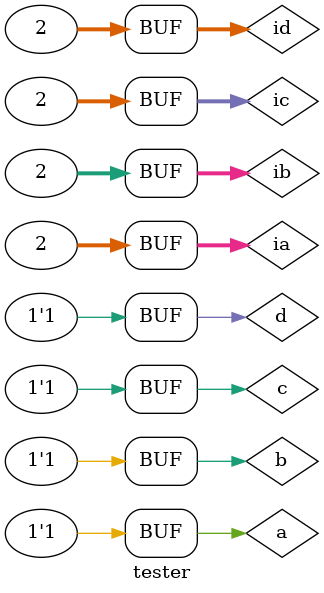
<source format=v>

/***************************************
* f= ~(~a~b~c)~c+~(~a~b~c)d
* f= b~c + a~c + cd
****************************************/
module bfg(f, a, b, c, d); //boolean function with gates
input a, b, c, d; // Inputs 1-bit wide
output f; // Outputs 1-bit wide
wire s1, s2, s3, s4; // Wires
// Structural Description
not(na, a); //~a
not(nb, b); //~b
not(nc, c); //~c
and(s1, na, nb, nc); //~a~b~c
not(s2, s1); //~(~a~b~c)
and(s3, s2, nc); //~(~a~b~c)~c
and(s4, s2, d); //~(~a~b~c)d
or(f, s3, s4); //~(~a~b~c)~c+~(~a~b~c)d
endmodule
module bfa(f, a, b, c, d); //boolean function with assign
input a, b, c, d; // Inputs 1-bit wide
output f; // Outputs 1-bit wide
// Functional Description
assign f = ~(~a&~b&~c)&~c|~(~a&~b&~c)&d;
endmodule
module tester;
// Test registers
reg a, b, c, d;
// Test ports
wire fa, fg;
// Instantiate bf for testing
bfg tfg(fg, a, b, c, d);
bfa tfa(fa, a, b, c, d);
integer ia, ib, ic, id; // Integers for loop
initial begin
$display("a b c d fg fa oracle");
for (ia = 0; ia <2; ia = ia + 1)
for (ib = 0; ib <2; ib = ib + 1)
for (ic = 0; ic <2; ic = ic + 1)
for (id = 0; id <2; id = id + 1) begin
a = ia; b = ib; c = ic; d = id;

if (fg === fa)
#1 $display("%b %b %b %d %d %d
PASS", a, b, c, d, fg, fa);
else
#1 $display("%b %b %b %d %d %d
FAIL", a, b, c, d, fg, fa);
end
end
endmodule
</source>
